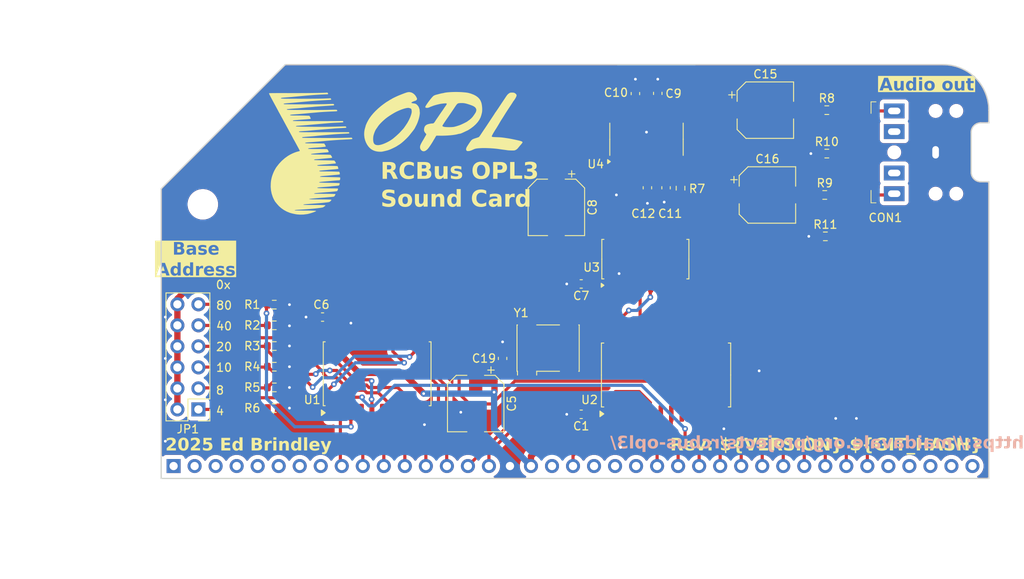
<source format=kicad_pcb>
(kicad_pcb (version 20241229) (generator "pcbnew") (generator_version "9.0")
  (title_block (title "RCBUS YMF262 sound card") (date "@date@") (rev "@version@"))
  (layers (0 "F.Cu" signal "Front") (2 "B.Cu" signal "Back") (13 "F.Paste" user) (15 "B.Paste" user) (5 "F.SilkS" user "F.Silkscreen") (7 "B.SilkS" user "B.Silkscreen") (1 "F.Mask" user) (3 "B.Mask" user) (25 "Edge.Cuts" user))
  (net 0 "")
  (net 1 "+5V")
  (net 2 "GND")
  (net 3 "/CLK")
  (net 4 "/D0")
  (net 5 "/D1")
  (net 6 "/D2")
  (net 7 "/D3")
  (net 8 "/D4")
  (net 9 "/D5")
  (net 10 "/D6")
  (net 11 "/D7")
  (net 12 "/A1")
  (net 13 "/A4")
  (net 14 "/A3")
  (net 15 "/A2")
  (net 16 "/A5")
  (net 17 "/A6")
  (net 18 "/A7")
  (net 19 "/A0")
  (net 20 "/~{CS}")
  (net 21 "/~{RESET}")
  (net 22 "/~{WR}")
  (net 23 "/~{IORQ}")
  (net 24 "/~{RD}")
  (net 26 "/DAC_CLK")
  (net 27 "/~{INT}")
  (net 43 "/R")
  (net 44 "/L")
  (net 46 "/SMPBD")
  (net 47 "/DOAB")
  (net 48 "/SMPAC")
  (net 50 "Net-(U3-CV)")
  (net 51 "Net-(U3-AOUT)")
  (net 52 "Net-(C15-Pad2)")
  (net 53 "/AUDIO_CH2")
  (net 54 "Net-(C16-Pad2)")
  (net 55 "Net-(U4B--)")
  (net 56 "Net-(U3-SWIN)")
  (net 57 "Net-(U3-MP)")
  (net 60 "Net-(JP1-Pin_1)")
  (net 61 "Net-(JP1-Pin_9)")
  (net 62 "Net-(JP1-Pin_7)")
  (net 63 "Net-(JP1-Pin_11)")
  (net 64 "Net-(JP1-Pin_3)")
  (net 65 "Net-(JP1-Pin_5)")
  (net 66 "/AUDIO_CH1")
  (net 67 "Net-(CON1-PadT)")
  (net 68 "Net-(CON1-PadR)")
  (footprint "Capacitor_SMD:C_0603_1608Metric" (layer "F.Cu") (at 111.25 156.75 180)
    (property "Reference" "C1")
    (property "Value" "0.1uF")
  )
  (footprint "Capacitor_SMD:C_0603_1608Metric" (layer "F.Cu") (at 111.25 141 180)
    (property "Reference" "C7")
    (property "Value" "0.1uF")
  )
  (footprint "electrified:Headphone_Jack_3.5mm_5_pin" (layer "F.Cu") (at 149.069 125.095 180)
    (property "Reference" "CON1")
    (property "Value" "SJ1-3523N")
  )
  (footprint "Connector_PinHeader_2.54mm:PinHeader_2x06_P2.54mm_Vertical" (layer "F.Cu") (at 65 156.16 180)
    (property "Reference" "JP1")
    (property "Value" "BASE ADDRESS")
  )
  (footprint "MountingHole:MountingHole_3.2mm_M3" (layer "F.Cu") (at 65.532 131.382)
    (property "Reference" "H1" (hide yes))
    (property "Value" "MountingHole")
  )
  (footprint "electrified:PinHeader_1x39_P2.54mm_Vertical" (layer "F.Cu") (at 62 163 90)
    (property "Reference" "P1" (hide yes))
    (property "Value" "RC2014 BUS")
  )
  (footprint "Package_SO:SOIC-20W_7.5x12.8mm_P1.27mm" (layer "F.Cu") (at 86.595 151.85 90)
    (property "Reference" "U1")
    (property "Value" "74HCT688")
  )
  (footprint "Capacitor_SMD:C_0603_1608Metric" (layer "F.Cu") (at 121.5 129.380197 -90)
    (property "Reference" "C11")
    (property "Value" "68pf")
  )
  (footprint "Capacitor_SMD:CP_Elec_6.3x5.8" (layer "F.Cu") (at 108.25 131.75 -90)
    (property "Reference" "C8")
    (property "Value" "10uF")
  )
  (footprint "Capacitor_SMD:C_0603_1608Metric" (layer "F.Cu") (at 119.25 129.380197 -90)
    (property "Reference" "C12")
    (property "Value" "0.1uF")
  )
  (footprint "Package_SO:SOP-24_7.5x15.4mm_P1.27mm" (layer "F.Cu") (at 121.5 152 90)
    (property "Reference" "U2")
    (property "Value" "YMF262")
  )
  (footprint "Capacitor_SMD:C_0603_1608Metric" (layer "F.Cu") (at 80 145 180)
    (property "Reference" "C6")
    (property "Value" "0.1uF")
  )
  (footprint "Oscillator:Oscillator_SMD_Abracon_ASV-4Pin_7.0x5.1mm" (layer "F.Cu") (at 107.25 148.75)
    (property "Reference" "Y1")
    (property "Value" "SG-8002CA")
  )
  (footprint "Package_SO:SOP-16_4.55x10.3mm_P1.27mm" (layer "F.Cu") (at 119 138 90)
    (property "Reference" "U3")
    (property "Value" "YAC512")
  )
  (footprint "electrified:opl" (layer "F.Cu") (at 94.5 121.25)
    (property "Reference" "G2" (hide yes))
    (property "Value" "LOGO" (hide yes))
  )
  (footprint "Resistor_SMD:R_0603_1608Metric" (layer "F.Cu") (at 74.1625 156)
    (property "Reference" "R6")
    (property "Value" "10K")
  )
  (footprint "Capacitor_SMD:C_0603_1608Metric" (layer "F.Cu") (at 120.5 117.975 90)
    (property "Reference" "C9")
    (property "Value" "2.7nf")
  )
  (footprint "Resistor_SMD:R_0603_1608Metric" (layer "F.Cu") (at 74.1625 153.5)
    (property "Reference" "R5")
    (property "Value" "10K")
  )
  (footprint "Resistor_SMD:R_0603_1608Metric" (layer "F.Cu") (at 140.925 120)
    (property "Reference" "R8")
    (property "Value" "100")
  )
  (footprint "Resistor_SMD:R_0603_1608Metric" (layer "F.Cu") (at 123.25 129.430197 90)
    (property "Reference" "R7")
    (property "Value" "33")
  )
  (footprint "Resistor_SMD:R_0603_1608Metric" (layer "F.Cu") (at 140.675 130.25)
    (property "Reference" "R9")
    (property "Value" "100")
  )
  (footprint "Resistor_SMD:R_0603_1608Metric" (layer "F.Cu") (at 74.1625 148.5)
    (property "Reference" "R3")
    (property "Value" "10K")
  )
  (footprint "Resistor_SMD:R_0603_1608Metric" (layer "F.Cu") (at 74.1625 143.5)
    (property "Reference" "R1")
    (property "Value" "10K")
  )
  (footprint "Capacitor_SMD:C_0603_1608Metric" (layer "F.Cu") (at 117.8 118 90)
    (property "Reference" "C10")
    (property "Value" "2.7nf")
  )
  (footprint "Resistor_SMD:R_0603_1608Metric" (layer "F.Cu") (at 74.1625 146)
    (property "Reference" "R2")
    (property "Value" "10K")
  )
  (footprint "Package_SO:SOIC-14_3.9x8.7mm_P1.27mm" (layer "F.Cu") (at 119.1375 123.517697 90)
    (property "Reference" "U4")
    (property "Value" "TL074")
  )
  (footprint "electrified:adlib2" (layer "F.Cu") (at 78 125)
    (property "Reference" "G1" (hide yes))
    (property "Value" "LOGO" (hide yes))
  )
  (footprint "Capacitor_SMD:CP_Elec_6.3x5.8" (layer "F.Cu") (at 133.75 130.25)
    (property "Reference" "C16")
    (property "Value" "10uf")
  )
  (footprint "Resistor_SMD:R_0603_1608Metric" (layer "F.Cu") (at 74.1625 151)
    (property "Reference" "R4")
    (property "Value" "10K")
  )
  (footprint "Capacitor_SMD:CP_Elec_6.3x7.7" (layer "F.Cu") (at 98.5 155.45 -90)
    (property "Reference" "C5")
    (property "Value" "100uF")
  )
  (footprint "Capacitor_SMD:CP_Elec_6.3x5.8" (layer "F.Cu") (at 133.5 120)
    (property "Reference" "C15")
    (property "Value" "10uf")
  )
  (footprint "Capacitor_SMD:C_0603_1608Metric" (layer "F.Cu") (at 101.75 150 90)
    (property "Reference" "C19")
    (property "Value" "0.1uF")
  )
  (footprint "Resistor_SMD:R_0603_1608Metric" (layer "F.Cu") (at 140.925 125.25)
    (property "Reference" "R10")
    (property "Value" "10K")
  )
  (footprint "Resistor_SMD:R_0603_1608Metric" (layer "F.Cu") (at 140.75 135.25)
    (property "Reference" "R11")
    (property "Value" "10K")
  )
  (gr_line (start 158.369 122.682) (end 158.369 127.508) (stroke (width 0.15)) (layer "Edge.Cuts"))
  (gr_line (start 160.5 121.539) (end 160.5 120) (stroke (width 0.15)) (layer "Edge.Cuts"))
  (gr_line (start 155 114.5) (end 75.5 114.5) (stroke (width 0.15)) (layer "Edge.Cuts"))
  (gr_arc (start 155 114.5) (mid 158.889087 116.110913) (end 160.5 120) (stroke (width 0.15)) (layer "Edge.Cuts"))
  (gr_line (start 160.5 121.539) (end 159.512 121.539) (stroke (width 0.15)) (layer "Edge.Cuts"))
  (gr_line (start 160.5 128.651) (end 159.512 128.651) (stroke (width 0.15)) (layer "Edge.Cuts"))
  (gr_line (start 60.5 129.5) (end 75.5 114.5) (stroke (width 0.15)) (layer "Edge.Cuts"))
  (gr_line (start 60.5 129.5) (end 60.5 164.5) (stroke (width 0.15)) (layer "Edge.Cuts"))
  (gr_arc (start 159.512 128.651) (mid 158.703777 128.316223) (end 158.369 127.508) (stroke (width 0.15)) (layer "Edge.Cuts"))
  (gr_line (start 160.5 164.5) (end 160.5 128.651) (stroke (width 0.15)) (layer "Edge.Cuts"))
  (gr_line (start 60.5 164.5) (end 160.5 164.5) (stroke (width 0.15)) (layer "Edge.Cuts"))
  (gr_arc (start 158.369 122.682) (mid 158.703777 121.873777) (end 159.512 121.539) (stroke (width 0.15)) (layer "Edge.Cuts"))
  (gr_text "Audio out" (at 153 117 0) (layer "F.SilkS" knockout) (effects (font (size 1.5 1.5) (thickness 0.3) (bold yes))))
  (gr_text "Rev: ${VERSION} ${GIT_HASH}" (at 159.75 160.5 0) (layer "F.SilkS") (effects (font (size 1.5 1.5) (thickness 0.34) (bold yes)) (justify right)))
  (gr_text "2025 Ed Brindley" (at 61 160.5 0) (layer "F.SilkS") (effects (font (size 1.5 1.5) (thickness 0.3) (bold yes)) (justify left)))
  (gr_text "10" (at 68.1 151.1 0) (layer "F.SilkS") (effects (font (size 1 1))))
  (gr_text "Base\nAddress" (at 64.7 138.1 0) (layer "F.SilkS" knockout) (effects (font (size 1.5 1.5) (thickness 0.3) (bold yes))))
  (gr_text "80" (at 68.1 143.6 0) (layer "F.SilkS") (effects (font (size 1 1))))
  (gr_text "20" (at 68.1 148.6 0) (layer "F.SilkS") (effects (font (size 1 1))))
  (gr_text "RCBus OPL3\nSound Card" (at 87 132 0) (layer "F.SilkS") (effects (font (size 2 2) (thickness 0.3) (bold yes)) (justify left bottom)))
  (gr_text "8" (at 67.6 153.85 0) (layer "F.SilkS") (effects (font (size 1 1))))
  (gr_text "4" (at 67.6 156.35 0) (layer "F.SilkS") (effects (font (size 1 1))))
  (gr_text "0x" (at 68 141.1 0) (layer "F.SilkS") (effects (font (size 1 1))))
  (gr_text "40" (at 68.1 146.1 0) (layer "F.SilkS") (effects (font (size 1 1))))
  (gr_text "https://maidavale.org/projects/rcbus-opl3/" (at 139.75 160.25 0) (layer "B.SilkS") (effects (font (size 1.5 1.5) (thickness 0.3) (bold yes)) (justify mirror)))
  (segment (start 119.1375 125.0375) (end 118.753697 124.653697) (width 0.381) (layer "F.Cu") (net 1))
  (segment (start 98.5 152.75) (end 100.770526 152.75) (width 0.762) (layer "F.Cu") (net 1))
  (segment (start 103 138.5) (end 103 128.5) (width 0.762) (layer "F.Cu") (net 1))
  (segment (start 80.8625 145) (end 80.8625 147.1825) (width 0.762) (layer "F.Cu") (net 1))
  (segment (start 116.6 142.6126) (end 117.095 142.1176) (width 0.381) (layer "F.Cu") (net 1))
  (segment (start 117.6 139.4) (end 120.605 139.4) (width 0.381) (layer "F.Cu") (net 1))
  (segment (start 105.18 163) (end 105.18 161.82) (width 0.762) (layer "F.Cu") (net 1))
  (segment (start 115.117601 142.6126) (end 116.6 142.6126) (width 0.381) (layer "F.Cu") (net 1))
  (segment (start 62.46 142.79) (end 63.75 141.5) (width 0.762) (layer "F.Cu") (net 1))
  (segment (start 98.5 152.75) (end 98.5 142.75) (width 0.762) (layer "F.Cu") (net 1))
  (segment (start 80.8625 147.1825) (end 80.88 147.2) (width 0.762) (layer "F.Cu") (net 1))
  (segment (start 103 128.5) (end 108.25 123.25) (width 0.762) (layer "F.Cu") (net 1))
  (segment (start 119.1375 125.992697) (end 119.1375 125.0375) (width 0.381) (layer "F.Cu") (net 1))
  (segment (start 62.46 143.46) (end 62.46 142.79) (width 0.762) (layer "F.Cu") (net 1))
  (segment (start 100.770526 152.75) (end 100.770526 154.027486) (width 0.762) (layer "F.Cu") (net 1))
  (segment (start 112.025 140.525) (end 112.025 141) (width 0.762) (layer "F.Cu") (net 1))
  (segment (start 112.1125 158.3875) (end 112.1125 156.75) (width 0.762) (layer "F.Cu") (net 1))
  (segment (start 84.404001 151.749) (end 89.7116 151.749) (width 0.762) (layer "F.Cu") (net 1))
  (segment (start 100.770526 151.004474) (end 100.770526 152.75) (width 0.762) (layer "F.Cu") (net 1))
  (segment (start 108.25 123.25) (end 116.75 123.25) (width 0.762) (layer "F.Cu") (net 1))
  (segment (start 105.18 161.82) (end 107.25 159.75) (width 0.762) (layer "F.Cu") (net 1))
  (segment (start 77.8375 141.5) (end 80.8625 144.525) (width 0.762) (layer "F.Cu") (net 1))
  (segment (start 117.095 142.1176) (end 117.095 141.25) (width 0.381) (layer "F.Cu") (net 1))
  (segment (start 80.8625 144.525) (end 80.8625 145) (width 0.762) (layer "F.Cu") (net 1))
  (segment (start 117.332863 123.25) (end 116.75 123.25) (width 0.381) (layer "F.Cu") (net 1))
  (segment (start 114.555 142.049999) (end 115.117601 142.6126) (width 0.381) (layer "F.Cu") (net 1))
  (segment (start 80.88 147.2) (end 80.88 148.224999) (width 0.762) (layer "F.Cu") (net 1))
  (segment (start 100.770526 151.004474) (end 101 150.775) (width 0.762) (layer "F.Cu") (net 1))
  (segment (start 120.905 139.7) (end 120.905 141.25) (width 0.381) (layer "F.Cu") (net 1))
  (segment (start 110 138.5) (end 112.025 140.525) (width 0.762) (layer "F.Cu") (net 1))
  (segment (start 80.88 148.224999) (end 84.404001 151.749) (width 0.762) (layer "F.Cu") (net 1))
  (segment (start 120.905 138.295) (end 120.905 141.25) (width 0.381) (layer "F.Cu") (net 1))
  (segment (start 120.605 139.4) (end 120.905 139.7) (width 0.381) (layer "F.Cu") (net 1))
  (segment (start 100.770526 154.027486) (end 100.722512 154.0755) (width 0.762) (layer "F.Cu") (net 1))
  (segment (start 110.75 159.75) (end 112.1125 158.3875) (width 0.762) (layer "F.Cu") (net 1))
  (segment (start 102.75 138.5) (end 103.75 138.5) (width 0.762) (layer "F.Cu") (net 1))
  (segment (start 112.1125 156.75) (end 114.415 156.75) (width 0.762) (layer "F.Cu") (net 1))
  (segment (start 123.445 134.75) (end 123.445 135.755) (width 0.381) (layer "F.Cu") (net 1))
  (segment (start 114.305 141) (end 114.555 141.25) (width 0.381) (layer "F.Cu") (net 1))
  (segment (start 62.46 156.16) (end 62.46 143.46) (width 0.762) (layer "F.Cu") (net 1))
  (segment (start 112.025 141) (end 114.305 141) (width 0.381) (layer "F.Cu") (net 1))
  (segment (start 119.1375 125.992697) (end 119.1375 128.405197) (width 0.381) (layer "F.Cu") (net 1))
  (segment (start 114.555 141.25) (end 114.555 142.049999) (width 0.381) (layer "F.Cu") (net 1))
  (segment (start 103.75 138.5) (end 110 138.5) (width 0.762) (layer "F.Cu") (net 1))
  (segment (start 98.5 142.75) (end 102.75 138.5) (width 0.762) (layer "F.Cu") (net 1))
  (segment (start 104.71 146.75) (end 104.71 150.75) (width 0.762) (layer "F.Cu") (net 1))
  (segment (start 89.7116 151.749) (end 92.2126 154.25) (width 0.762) (layer "F.Cu") (net 1))
  (segment (start 117.095 141.25) (end 117.095 139.905) (width 0.381) (layer "F.Cu") (net 1))
  (segment (start 117.095 139.905) (end 117.6 139.4) (width 0.381) (layer "F.Cu") (net 1))
  (segment (start 107.25 159.75) (end 110.75 159.75) (width 0.762) (layer "F.Cu") (net 1))
  (segment (start 63.75 141.5) (end 77.8375 141.5) (width 0.762) (layer "F.Cu") (net 1))
  (segment (start 123.445 135.755) (end 120.905 138.295) (width 0.381) (layer "F.Cu") (net 1))
  (segment (start 118.73656 124.653697) (end 117.332863 123.25) (width 0.381) (layer "F.Cu") (net 1))
  (segment (start 101 150.775) (end 104.685 150.775) (width 0.762) (layer "F.Cu") (net 1))
  (segment (start 118.753697 124.653697) (end 118.73656 124.653697) (width 0.381) (layer "F.Cu") (net 1))
  (via (at 92.2126 154.25) (size 0.6858) (drill 0.3302) (layers "F.Cu" "B.Cu") (net 1))
  (via (at 100.722512 154.0755) (size 0.6858) (drill 0.3302) (layers "F.Cu" "B.Cu") (net 1))
  (segment (start 100.596026 154.25) (end 100.722512 154.123514) (width 0.762) (layer "B.Cu") (net 1))
  (segment (start 100.722512 158.542512) (end 100.722512 154.0755) (width 0.762) (layer "B.Cu") (net 1))
  (segment (start 105.18 163) (end 100.722512 158.542512) (width 0.762) (layer "B.Cu") (net 1))
  (segment (start 92.2126 154.25) (end 100.596026 154.25) (width 0.762) (layer "B.Cu") (net 1))
  (segment (start 100.722512 154.123514) (end 100.722512 154.0755) (width 0.762) (layer "B.Cu") (net 1))
  (segment (start 86 149) (end 87.23 149) (width 0.381) (layer "F.Cu") (net 2))
  (segment (start 110.3875 141) (end 109.5 141) (width 0.381) (layer "F.Cu") (net 2))
  (segment (start 92.31 156.5) (end 92.310001 158) (width 0.381) (layer "F.Cu") (net 2))
  (segment (start 85.96 147.2) (end 85.96 148.96) (width 0.381) (layer "F.Cu") (net 2))
  (segment (start 83.42472 145.7315) (end 83.424718 145.731499) (width 0.381) (layer "F.Cu") (net 2))
  (segment (start 83.4179 147.794174) (end 83.4179 149) (width 0.381) (layer "F.Cu") (net 2))
  (segment (start 84.7 149) (end 86 149) (width 0.381) (layer "F.Cu") (net 2))
  (segment (start 117.8 117.225) (end 117.8 116.258122) (width 0.381) (layer "F.Cu") (net 2))
  (segment (start 119.25 130.242697) (end 119.250001 131.256115) (width 0.381) (layer "F.Cu") (net 2))
  (segment (start 83.42 147.2) (end 83.42 145.736217) (width 0.381) (layer "F.Cu") (net 2))
  (segment (start 83.4179 149) (end 84.7 149) (width 0.381) (layer "F.Cu") (net 2))
  (segment (start 140.1 125.25) (end 139 125.25) (width 0.381) (layer "F.Cu") (net 2))
  (segment (start 120.5 116.742697) (end 120.5 116.258122) (width 0.381) (layer "F.Cu") (net 2))
  (segment (start 84.69 148.99) (end 84.7 149) (width 0.381) (layer "F.Cu") (net 2))
  (segment (start 75.245 156) (end 76 156) (width 0.381) (layer "F.Cu") (net 2))
  (segment (start 76 148.49) (end 75.225 148.49) (width 0.381) (layer "F.Cu") (net 2))
  (segment (start 119.1375 121.042697) (end 119.137499 122.655196) (width 0.381) (layer "F.Cu") (net 2))
  (segment (start 75.05 146.06) (end 76 146.06) (width 0.381) (layer "F.Cu") (net 2))
  (segment (start 76 151) (end 75.225 151) (width 0.381) (layer "F.Cu") (net 2))
  (segment (start 110.3875 156.75) (end 109.5 156.75) (width 0.381) (layer "F.Cu") (net 2))
  (segment (start 128.485 156.65) (end 128.485 158.5) (width 0.381) (layer "F.Cu") (net 2))
  (segment (start 139.925 135.25) (end 138.75 135.25) (width 0.381) (layer "F.Cu") (net 2))
  (segment (start 121.5 130.242697) (end 121.5 130.982762) (width 0.381) (layer "F.Cu") (net 2))
  (segment (start 115.825 141.25) (end 115.825 139.75) (width 0.381) (layer "F.Cu") (net 2))
  (segment (start 121.372501 131.110261) (end 121.276187 131.110261) (width 0.381) (layer "F.Cu") (net 2))
  (segment (start 87.23 149) (end 87.23 147.6642) (width 0.381) (layer "F.Cu") (net 2))
  (segment (start 75.225 156.02) (end 75.245 156) (width 0.381) (layer "F.Cu") (net 2))
  (segment (start 84.69 147.2) (end 84.69 148.99) (width 0.381) (layer "F.Cu") (net 2))
  (segment (start 121.5 130.982762) (end 121.372501 131.110261) (width 0.381) (layer "F.Cu") (net 2))
  (segment (start 101.75 149.1375) (end 101.75 148) (width 0.381) (layer "F.Cu") (net 2))
  (segment (start 83.42 145.736217) (end 83.424718 145.731499) (width 0.381) (layer "F.Cu") (net 2))
  (segment (start 75.225 153.51) (end 76 153.51) (width 0.381) (layer "F.Cu") (net 2))
  (segment (start 75.08 143.5) (end 76 143.5) (width 0.381) (layer "F.Cu") (net 2))
  (segment (start 85.96 148.96) (end 86 149) (width 0.381) (layer "F.Cu") (net 2))
  (via (at 76 153.51) (size 0.6858) (drill 0.3302) (layers "F.Cu" "B.Cu") (net 2))
  (via (at 76 143.5) (size 0.6858) (drill 0.3302) (layers "F.Cu" "B.Cu") (net 2))
  (via (at 144.5 157.25) (size 0.6858) (drill 0.3302) (layers "F.Cu" "B.Cu") (net 2))
  (via (at 121.276187 131.110261) (size 0.6858) (drill 0.3302) (layers "F.Cu" "B.Cu") (net 2))
  (via (at 109.5 141) (size 0.6858) (drill 0.3302) (layers "F.Cu" "B.Cu") (net 2))
  (via (at 139 125.25) (size 0.6858) (drill 0.3302) (layers "F.Cu" "B.Cu") (net 2))
  (via (at 96.7 156.5) (size 0.6858) (drill 0.3302) (layers "F.Cu" "B.Cu") (net 2))
  (via (at 142 157.25) (size 0.6858) (drill 0.3302) (layers "F.Cu" "B.Cu") (net 2))
  (via (at 61 155) (size 0.6858) (drill 0.3302) (layers "F.Cu" "B.Cu") (net 2))
  (via (at 117.8 116.258122) (size 0.6858) (drill 0.3302) (layers "F.Cu" "B.Cu") (net 2))
  (via (at 128.485 158.5) (size 0.6858) (drill 0.3302) (layers "F.Cu" "B.Cu") (net 2))
  (via (at 76 156) (size 0.6858) (drill 0.3302) (layers "F.Cu" "B.Cu") (net 2))
  (via (at 101.75 148) (size 0.6858) (drill 0.3302) (layers "F.Cu" "B.Cu") (net 2))
  (via (at 76 148.49) (size 0.6858) (drill 0.3302) (layers "F.Cu" "B.Cu") (net 2))
  (via (at 116 160.75) (size 0.6858) (drill 0.3302) (layers "F.Cu" "B.Cu") (net 2))
  (via (at 115.825 139.75) (size 0.6858) (drill 0.3302) (layers "F.Cu" "B.Cu") (net 2))
  (via (at 119.137499 122.655196) (size 0.6858) (drill 0.3302) (layers "F.Cu" "B.Cu") (net 2))
  (via (at 109.5 156.75) (size 0.6858) (drill 0.3302) (layers "F.Cu" "B.Cu") (net 2))
  (via (at 83.424718 145.731499) (size 0.6858) (drill 0.3302) (layers "F.Cu" "B.Cu") (net 2))
  (via (at 78 145) (size 0.6858) (drill 0.3302) (layers "F.Cu" "B.Cu") (net 2))
  (via (at 119.250001 131.256115) (size 0.6858) (drill 0.3302) (layers "F.Cu" "B.Cu") (net 2))
  (via (at 61 150) (size 0.6858) (drill 0.3302) (layers "F.Cu" "B.Cu") (net 2))
  (via (at 120.5 116.258122) (size 0.6858) (drill 0.3302) (layers "F.Cu" "B.Cu") (net 2))
  (via (at 138.75 135.25) (size 0.6858) (drill 0.3302) (layers "F.Cu" "B.Cu") (net 2))
  (via (at 115.5 130.242697) (size 0.6858) (drill 0.3302) (layers "F.Cu" "B.Cu") (net 2))
  (via (at 61 160) (size 0.6858) (drill 0.3302) (layers "F.Cu" "B.Cu") (net 2))
  (via (at 61 145) (size 0.6858) (drill 0.3302) (layers "F.Cu" "B.Cu") (net 2))
  (via (at 132.75 151.5) (size 0.6858) (drill 0.3302) (layers "F.Cu" "B.Cu") (net 2))
  (via (at 92.310001 158) (size 0.6858) (drill 0.3302) (layers "F.Cu" "B.Cu") (net 2))
  (via (at 76 146.06) (size 0.6858) (drill 0.3302) (layers "F.Cu" "B.Cu") (net 2))
  (via (at 76 151) (size 0.6858) (drill 0.3302) (layers "F.Cu" "B.Cu") (net 2))
  (segment (start 112 146.75) (end 109.79 146.75) (width 0.381) (layer "F.Cu") (net 3))
  (segment (start 114.515 147.35) (end 112.6 147.35) (width 0.381) (layer "F.Cu") (net 3))
  (segment (start 112.6 147.35) (end 112 146.75) (width 0.381) (layer "F.Cu") (net 3))
  (segment (start 125.945 159.545) (end 128.04 161.64) (width 0.381) (layer "F.Cu") (net 4))
  (segment (start 128.04 161.64) (end 128.04 163) (width 0.381) (layer "F.Cu") (net 4))
  (segment (start 125.945 156.65) (end 125.945 159.545) (width 0.381) (layer "F.Cu") (net 4))
  (segment (start 129.6874 160.6874) (end 130.58 161.58) (width 0.381) (layer "F.Cu") (net 5))
  (segment (start 127.2 156.665) (end 127.2 159.6) (width 0.381) (layer "F.Cu") (net 5))
  (segment (start 130.58 161.58) (end 130.58 163) (width 0.381) (layer "F.Cu") (net 5))
  (segment (start 127.2 159.6) (end 128.2874 160.6874) (width 0.381) (layer "F.Cu") (net 5))
  (segment (start 128.2874 160.6874) (end 129.6874 160.6874) (width 0.381) (layer "F.Cu") (net 5))
  (segment (start 128.485 147.35) (end 128.485 149.235) (width 0.381) (layer "F.Cu") (net 6))
  (segment (start 128.485 149.235) (end 133.12 153.87) (width 0.381) (layer "F.Cu") (net 6))
  (segment (start 133.12 153.87) (end 133.12 163) (width 0.381) (layer "F.Cu") (net 6))
  (segment (start 127.215 147.35) (end 127.215 146.035) (width 0.381) (layer "F.Cu") (net 7))
  (segment (start 135.66 152.379648) (end 135.66 163) (width 0.381) (layer "F.Cu") (net 7))
  (segment (start 127.215 146.035) (end 127.75 145.5) (width 0.381) (layer "F.Cu") (net 7))
  (segment (start 128.780352 145.5) (end 135.66 152.379648) (width 0.381) (layer "F.Cu") (net 7))
  (segment (start 127.75 145.5) (end 128.780352 145.5) (width 0.381) (layer "F.Cu") (net 7))
  (segment (start 130.179335 144.865) (end 127.227104 144.865) (width 0.381) (layer "F.Cu") (net 8))
  (segment (start 127.227104 144.865) (end 125.945 146.147104) (width 0.381) (layer "F.Cu") (net 8))
  (segment (start 125.945 146.147104) (end 125.945 147.35) (width 0.381) (layer "F.Cu") (net 8))
  (segment (start 138.2 152.885665) (end 130.179335 144.865) (width 0.381) (layer "F.Cu") (net 8))
  (segment (start 138.2 163) (end 138.2 152.885665) (width 0.381) (layer "F.Cu") (net 8))
  (segment (start 132.23 144.23) (end 126.467039 144.23) (width 0.381) (layer "F.Cu") (net 9))
  (segment (start 124.675 146.022039) (end 124.675 147.35) (width 0.381) (layer "F.Cu") (net 9))
  (segment (start 140.74 163) (end 140.74 152.74) (width 0.381) (layer "F.Cu") (net 9))
  (segment (start 140.74 152.74) (end 132.23 144.23) (width 0.381) (layer "F.Cu") (net 9))
  (segment (start 126.467039 144.23) (end 124.675 146.022039) (width 0.381) (layer "F.Cu") (net 9))
  (segment (start 143.28 163) (end 143.28 152.28) (width 0.381) (layer "F.Cu") (net 10))
  (segment (start 143.28 152.28) (end 134.2 143.2) (width 0.381) (layer "F.Cu") (net 10))
  (segment (start 123.405 145.795) (end 123.405 146.791702) (width 0.381) (layer "F.Cu") (net 10))
  (segment (start 134.2 143.2) (end 126 143.2) (width 0.381) (layer "F.Cu") (net 10))
  (segment (start 126 143.2) (end 123.405 145.795) (width 0.381) (layer "F.Cu") (net 10))
  (segment (start 136 142) (end 125.842696 142) (width 0.381) (layer "F.Cu") (net 11))
  (segment (start 145.82 151.82) (end 136 142) (width 0.381) (layer "F.Cu") (net 11))
  (segment (start 122.135 145.707696) (end 122.135 147.35) (width 0.381) (layer "F.Cu") (net 11))
  (segment (start 125.842696 142) (end 122.135 145.707696) (width 0.381) (layer "F.Cu") (net 11))
  (segment (start 145.82 163) (end 145.82 151.82) (width 0.381) (layer "F.Cu") (net 11))
  (segment (start 118.25 154) (end 115.398026 154) (width 0.381) (layer "F.Cu") (net 12))
  (segment (start 119.595 156.65) (end 119.595 155.345) (width 0.381) (layer "F.Cu") (net 12))
  (segment (start 113.869176 154.5695) (end 113.386243 155.052433) (width 0.381) (layer "F.Cu") (net 12))
  (segment (start 113.386243 155.052433) (end 105.507567 155.052433) (width 0.381) (layer "F.Cu") (net 12))
  (segment (start 105.507567 155.052433) (end 97.56 163) (width 0.381) (layer "F.Cu") (net 12))
  (segment (start 114.828526 154.5695) (end 113.869176 154.5695) (width 0.381) (layer "F.Cu") (net 12))
  (segment (start 115.398026 154) (end 114.828526 154.5695) (width 0.381) (layer "F.Cu") (net 12))
  (segment (start 119.595 155.345) (end 118.25 154) (width 0.381) (layer "F.Cu") (net 12))
  (segment (start 89.77 159.07) (end 89.94 159.24) (width 0.381) (layer "F.Cu") (net 13))
  (segment (start 89.94 159.24) (end 89.94 163) (width 0.381) (layer "F.Cu") (net 13))
  (segment (start 89.77 156.56) (end 89.77 159.07) (width 0.381) (layer "F.Cu") (net 13))
  (segment (start 94 159.2) (end 92.48 160.72) (width 0.381) (layer "F.Cu") (net 14))
  (segment (start 92.3 151.607629) (end 94 153.307629) (width 0.381) (layer "F.Cu") (net 14))
  (segment (start 94 153.307629) (end 94 159.2) (width 0.381) (layer "F.Cu") (net 14))
  (segment (start 92.3 147.21) (end 92.3 151.607629) (width 0.381) (layer "F.Cu") (net 14))
  (segment (start 92.48 160.72) (end 92.48 163) (width 0.381) (layer "F.Cu") (net 14))
  (segment (start 93.0555 151.465103) (end 95 153.409603) (width 0.381) (layer "F.Cu") (net 15))
  (segment (start 95 153.409603) (end 95 162.98) (width 0.381) (layer "F.Cu") (net 15))
  (segment (start 90.215501 145.7295) (end 92.71082 145.7295) (width 0.381) (layer "F.Cu") (net 15))
  (segment (start 92.71082 145.7295) (end 93.0555 146.07418) (width 0.381) (layer "F.Cu") (net 15))
  (segment (start 89.77 146.175001) (end 90.215501 145.7295) (width 0.381) (layer "F.Cu") (net 15))
  (segment (start 93.0555 146.07418) (end 93.0555 151.465103) (width 0.381) (layer "F.Cu") (net 15))
  (segment (start 89.77 147.2) (end 89.77 146.175001) (width 0.381) (layer "F.Cu") (net 15))
  (segment (start 87.2 156.53) (end 87.2 159.2) (width 0.381) (layer "F.Cu") (net 16))
  (segment (start 87.4 159.4) (end 87.4 163) (width 0.381) (layer "F.Cu") (net 16))
  (segment (start 87.2 159.2) (end 87.4 159.4) (width 0.381) (layer "F.Cu") (net 16))
  (segment (start 84.7 156.51) (end 84.7 159.3) (width 0.381) (layer "F.Cu") (net 17))
  (segment (start 84.86 159.46) (end 84.86 163) (width 0.381) (layer "F.Cu") (net 17))
  (segment (start 84.7 159.3) (end 84.86 159.46) (width 0.381) (layer "F.Cu") (net 17))
  (segment (start 82.15 156.5) (end 82.15 162.83) (width 0.381) (layer "F.Cu") (net 18))
  (segment (start 113.7945 155.687433) (end 113.7945 155.542202) (width 0.381) (layer "F.Cu") (net 19))
  (segment (start 115.091552 155.2045) (end 117.9545 155.2045) (width 0.381) (layer "F.Cu") (net 19))
  (segment (start 113.7945 155.542202) (end 114.132202 155.2045) (width 0.381) (layer "F.Cu") (net 19))
  (segment (start 118.325 155.575) (end 118.325 156.65) (width 0.381) (layer "F.Cu") (net 19))
  (segment (start 117.9545 155.2045) (end 118.325 155.575) (width 0.381) (layer "F.Cu") (net 19))
  (segment (start 105.812567 155.687433) (end 113.7945 155.687433) (width 0.381) (layer "F.Cu") (net 19))
  (segment (start 114.132202 155.2045) (end 114.897798 155.2045) (width 0.381) (layer "F.Cu") (net 19))
  (segment (start 114.897798 155.2045) (end 114.994675 155.301377) (width 0.381) (layer "F.Cu") (net 19))
  (segment (start 100.1 163) (end 100.1 161.4) (width 0.381) (layer "F.Cu") (net 19))
  (segment (start 114.994675 155.301377) (end 115.091552 155.2045) (width 0.381) (layer "F.Cu") (net 19))
  (segment (start 100.1 161.4) (end 105.812567 155.687433) (width 0.381) (layer "F.Cu") (net 19))
  (segment (start 82.15 147.2) (end 82.15 145.598586) (width 0.381) (layer "F.Cu") (net 20))
  (segment (start 82.15 145.598586) (end 84.248586 143.5) (width 0.381) (layer "F.Cu") (net 20))
  (segment (start 84.248586 143.5) (end 93.5 143.5) (width 0.381) (layer "F.Cu") (net 20))
  (segment (start 97.75 155.5) (end 100.465445 155.5) (width 0.381) (layer "F.Cu") (net 20))
  (segment (start 100.465445 155.5) (end 103.215445 152.75) (width 0.381) (layer "F.Cu") (net 20))
  (segment (start 96.5 154.25) (end 97.75 155.5) (width 0.381) (layer "F.Cu") (net 20))
  (segment (start 96.5 146.5) (end 96.5 154.25) (width 0.381) (layer "F.Cu") (net 20))
  (segment (start 120.55 152.75) (end 123.405 155.605) (width 0.381) (layer "F.Cu") (net 20))
  (segment (start 123.405 155.605) (end 123.405 156.65) (width 0.381) (layer "F.Cu") (net 20))
  (segment (start 103.215445 152.75) (end 120.55 152.75) (width 0.381) (layer "F.Cu") (net 20))
  (segment (start 93.5 143.5) (end 96.5 146.5) (width 0.381) (layer "F.Cu") (net 20))
  (segment (start 110.26 162.8253) (end 110.26 161.74) (width 0.381) (layer "F.Cu") (net 21))
  (segment (start 117.055 158.545) (end 117.055 156.76) (width 0.381) (layer "F.Cu") (net 21))
  (segment (start 110.26 161.74) (end 112.8 159.2) (width 0.381) (layer "F.Cu") (net 21))
  (segment (start 112.8 159.2) (end 116.4 159.2) (width 0.381) (layer "F.Cu") (net 21))
  (segment (start 116.4 159.2) (end 117.055 158.545) (width 0.381) (layer "F.Cu") (net 21))
  (segment (start 120.865 159.335) (end 120.42 159.78) (width 0.381) (layer "F.Cu") (net 22))
  (segment (start 120.42 159.78) (end 120.42 163) (width 0.381) (layer "F.Cu") (net 22))
  (segment (start 120.865 156.65) (end 120.865 159.335) (width 0.381) (layer "F.Cu") (net 22))
  (segment (start 125.5 161.5) (end 123.8 159.8) (width 0.381) (layer "F.Cu") (net 23))
  (segment (start 125.5 163) (end 125.5 161.5) (width 0.381) (layer "F.Cu") (net 23))
  (segment (start 123.8 159.8) (end 123.8 158.5) (width 0.381) (layer "F.Cu") (net 23))
  (segment (start 80.88 155.333552) (end 81.524657 154.688895) (width 0.381) (layer "F.Cu") (net 23))
  (segment (start 81.524657 154.688895) (end 84.770729 154.688895) (width 0.381) (layer "F.Cu") (net 23))
  (segment (start 80.88 156.5) (end 80.88 155.333552) (width 0.381) (layer "F.Cu") (net 23))
  (via (at 123.8 158.5) (size 0.6858) (drill 0.3302) (layers "F.Cu" "B.Cu") (net 23))
  (via (at 84.770729 154.688895) (size 0.6858) (drill 0.3302) (layers "F.Cu" "B.Cu") (net 23))
  (segment (start 86.247277 155.7241) (end 85.594973 155.7241) (width 0.381) (layer "B.Cu") (net 23))
  (segment (start 123.8 158.5) (end 118.55 153.25) (width 0.381) (layer "B.Cu") (net 23))
  (segment (start 85.594973 155.7241) (end 84.770729 154.899856) (width 0.381) (layer "B.Cu") (net 23))
  (segment (start 84.770729 154.899856) (end 84.770729 154.688895) (width 0.381) (layer "B.Cu") (net 23))
  (segment (start 88.721377 153.25) (end 86.247277 155.7241) (width 0.381) (layer "B.Cu") (net 23))
  (segment (start 118.55 153.25) (end 88.721377 153.25) (width 0.381) (layer "B.Cu") (net 23))
  (segment (start 122.96 161.56) (end 122.96 163) (width 0.381) (layer "F.Cu") (net 24))
  (segment (start 122.135 156.65) (end 122.135 160.735) (width 0.381) (layer "F.Cu") (net 24))
  (segment (start 122.135 160.735) (end 122.96 161.56) (width 0.381) (layer "F.Cu") (net 24))
  (segment (start 115.785 147.35) (end 115.785 145.415) (width 0.381) (layer "F.Cu") (net 26))
  (segment (start 115.785 145.415) (end 117 144.2) (width 0.381) (layer "F.Cu") (net 26))
  (segment (start 119.6 142.6) (end 119.6 141.285) (width 0.381) (layer "F.Cu") (net 26))
  (via (at 117 144.2) (size 0.6858) (drill 0.3302) (layers "F.Cu" "B.Cu") (net 26))
  (via (at 119.6 142.6) (size 0.6858) (drill 0.3302) (layers "F.Cu" "B.Cu") (net 26))
  (segment (start 118 144.2) (end 119.6 142.6) (width 0.381) (layer "B.Cu") (net 26))
  (segment (start 117 144.2) (end 118 144.2) (width 0.381) (layer "B.Cu") (net 26))
  (segment (start 126.792697 121.042697) (end 128.75 123) (width 0.381) (layer "F.Cu") (net 43))
  (segment (start 129.75 130.25) (end 131.55 130.25) (width 0.381) (layer "F.Cu") (net 43))
  (segment (start 128.75 123) (end 128.75 129.25) (width 0.381) (layer "F.Cu") (net 43))
  (segment (start 128.75 129.25) (end 129.75 130.25) (width 0.381) (layer "F.Cu") (net 43))
  (segment (start 121.6775 121.042697) (end 122.9475 121.042697) (width 0.381) (layer "F.Cu") (net 43))
  (segment (start 122.9475 121.042697) (end 126.792697 121.042697) (width 0.381) (layer "F.Cu") (net 43))
  (segment (start 115.3275 121.042697) (end 115.3275 117.267697) (width 0.381) (layer "F.Cu") (net 44))
  (segment (start 116.2 115.2) (end 124.45 115.2) (width 0.381) (layer "F.Cu") (net 44))
  (segment (start 115.3275 118.345197) (end 116.5975 119.615197) (width 0.381) (layer "F.Cu") (net 44))
  (segment (start 129.25 120) (end 124.45 115.2) (width 0.381) (layer "F.Cu") (net 44))
  (segment (start 116.2 115.2) (end 115.3275 116.0725) (width 0.381) (layer "F.Cu") (net 44))
  (segment (start 115.3275 116.0725) (end 115.3275 117.267697) (width 0.381) (layer "F.Cu") (net 44))
  (segment (start 131.3 120) (end 129.25 120) (width 0.381) (layer "F.Cu") (net 44))
  (segment (start 115.3275 117.267697) (end 115.3275 118.345197) (width 0.381) (layer "F.Cu") (net 44))
  (segment (start 116.5975 119.615197) (end 116.5975 121.042697) (width 0.381) (layer "F.Cu") (net 44))
  (segment (start 120.865 147.35) (end 120.865 145.536414) (width 0.381) (layer "F.Cu") (net 46))
  (segment (start 124 138.8) (end 122.8 138.8) (width 0.381) (layer "F.Cu") (net 46))
  (segment (start 120.865 145.536414) (end 125 141.401414) (width 0.381) (layer "F.Cu") (net 46))
  (segment (start 122.175 139.425) (end 122.175 141.25) (width 0.381) (layer "F.Cu") (net 46))
  (segment (start 125 139.8) (end 124 138.8) (width 0.381) (layer "F.Cu") (net 46))
  (segment (start 125 141.401414) (end 125 139.8) (width 0.381) (layer "F.Cu") (net 46))
  (segment (start 122.8 138.8) (end 122.175 139.425) (width 0.381) (layer "F.Cu") (net 46))
  (segment (start 118.365 141.25) (end 118.365 147.31) (width 0.381) (layer "F.Cu") (net 47))
  (segment (start 123.445 142.058388) (end 123.445 141.25) (width 0.381) (layer "F.Cu") (net 48))
  (segment (start 119.595 147.35) (end 119.595 145.908388) (width 0.381) (layer "F.Cu") (net 48))
  (segment (start 119.595 145.908388) (end 123.445 142.058388) (width 0.381) (layer "F.Cu") (net 48))
  (segment (start 117.8675 124.8675) (end 117.636 124.636) (width 0.381) (layer "F.Cu") (net 50))
  (segment (start 115.4 132.2) (end 116.6 132.2) (width 0.381) (layer "F.Cu") (net 50))
  (segment (start 116.85056 124.25) (end 110.25 124.25) (width 0.381) (layer "F.Cu") (net 50))
  (segment (start 114.555 133.045) (end 115.4 132.2) (width 0.381) (layer "F.Cu") (net 50))
  (segment (start 108.25 126.25) (end 108.25 129.05) (width 0.381) (layer "F.Cu") (net 50))
  (segment (start 117.8675 128.517697) (end 117.8675 125.992697) (width 0.381) (layer "F.Cu") (net 50))
  (segment (start 117.23656 124.636) (end 116.85056 124.25) (width 0.381) (layer "F.Cu") (net 50))
  (segment (start 117.8675 130.9325) (end 117.8675 128.517697) (width 0.381) (layer "F.Cu") (net 50))
  (segment (start 117.8675 125.992697) (end 117.8675 124.8675) (width 0.381) (layer "F.Cu") (net 50))
  (segment (start 114.555 133.967698) (end 114.555 133.045) (width 0.381) (layer "F.Cu") (net 50))
  (segment (start 116.6 132.2) (end 117.8675 130.9325) (width 0.381) (layer "F.Cu") (net 50))
  (segment (start 110.25 124.25) (end 108.25 126.25) (width 0.381) (layer "F.Cu") (net 50))
  (segment (start 117.636 124.636) (end 117.23656 124.636) (width 0.381) (layer "F.Cu") (net 50))
  (segment (start 114.555 134.75) (end 114.555 133.950001) (width 0.381) (layer "F.Cu") (net 50))
  (segment (start 121.13118 127.267697) (end 120.4075 127.267697) (width 0.381) (layer "F.Cu") (net 51))
  (segment (start 120.4075 125.992697) (end 120.4075 127.267697) (width 0.381) (layer "F.Cu") (net 51))
  (segment (start 121.5 128.605197) (end 121.5 127.636517) (width 0.381) (layer "F.Cu") (net 51))
  (segment (start 118.365 133.557106) (end 118.365 134.75) (width 0.381) (layer "F.Cu") (net 51))
  (segment (start 121.5 127.636517) (end 121.13118 127.267697) (width 0.381) (layer "F.Cu") (net 51))
  (segment (start 120.4075 127.267697) (end 120.4075 131.532303) (width 0.381) (layer "F.Cu") (net 51))
  (segment (start 120.4075 131.532303) (end 118.365 133.574803) (width 0.381) (layer "F.Cu") (net 51))
  (segment (start 140.1 120) (end 135.7 120) (width 0.381) (layer "F.Cu") (net 52))
  (segment (start 122.79382 124.017697) (end 119 124.017697) (width 0.381) (layer "F.Cu") (net 53))
  (segment (start 125 130.34911) (end 125 126.223877) (width 0.381) (layer "F.Cu") (net 53))
  (segment (start 119 124.017697) (end 117.8675 122.885197) (width 0.381) (layer "F.Cu") (net 53))
  (segment (start 117.8675 121.042697) (end 117.8675 118.8425) (width 0.381) (layer "F.Cu") (net 53))
  (segment (start 120.905 134.216085) (end 120.905 134.095) (width 0.381) (layer "F.Cu") (net 53))
  (segment (start 122.365 132.635) (end 122.71411 132.635) (width 0.381) (layer "F.Cu") (net 53))
  (segment (start 117.8675 122.885197) (end 117.8675 121.042697) (width 0.381) (layer "F.Cu") (net 53))
  (segment (start 120.905 134.095) (end 122.365 132.635) (width 0.381) (layer "F.Cu") (net 53))
  (segment (start 125 126.223877) (end 122.79382 124.017697) (width 0.381) (layer "F.Cu") (net 53))
  (segment (start 122.71411 132.635) (end 125 130.34911) (width 0.381) (layer "F.Cu") (net 53))
  (segment (start 136.2 130.25) (end 139.85 130.25) (width 0.381) (layer "F.Cu") (net 54))
  (segment (start 121.6775 125.992697) (end 122.9475 125.992697) (width 0.381) (layer "F.Cu") (net 55))
  (segment (start 122.9475 128.215197) (end 123.25 128.517697) (width 0.381) (layer "F.Cu") (net 55))
  (segment (start 122.9475 125.992697) (end 122.9475 128.215197) (width 0.381) (layer "F.Cu") (net 55))
  (segment (start 119.635 133.865) (end 121.5 132) (width 0.381) (layer "F.Cu") (net 56))
  (segment (start 119.635 134.75) (end 119.635 133.865) (width 0.381) (layer "F.Cu") (net 56))
  (segment (start 122.25 132) (end 123.25 131) (width 0.381) (layer "F.Cu") (net 56))
  (segment (start 123.25 131) (end 123.25 130.255197) (width 0.381) (layer "F.Cu") (net 56))
  (segment (start 121.5 132) (end 122.25 132) (width 0.381) (layer "F.Cu") (net 56))
  (segment (start 112.5 130.017697) (end 112.5 135.267697) (width 0.381) (layer "F.Cu") (net 57))
  (segment (start 117.095 135.705834) (end 117.095 134.75) (width 0.381) (layer "F.Cu") (net 57))
  (segment (start 115.6281 125.992697) (end 116.2969 125.992697) (width 0.381) (layer "F.Cu") (net 57))
  (segment (start 113.75 136.5) (end 116.300834 136.5) (width 0.381) (layer "F.Cu") (net 57))
  (segment (start 115.3275 127.190197) (end 112.5 130.017697) (width 0.381) (layer "F.Cu") (net 57))
  (segment (start 115.3275 125.992697) (end 115.3275 127.190197) (width 0.381) (layer "F.Cu") (net 57))
  (segment (start 112.5 135.25) (end 113.75 136.5) (width 0.381) (layer "F.Cu") (net 57))
  (segment (start 115.4376 125.992697) (end 115.6281 125.992697) (width 0.381) (layer "F.Cu") (net 57))
  (segment (start 116.2969 125.992697) (end 116.4874 125.992697) (width 0.381) (layer "F.Cu") (net 57))
  (segment (start 116.300834 136.5) (end 117.095 135.705834) (width 0.381) (layer "F.Cu") (net 57))
  (segment (start 71.09 156.16) (end 72.5 154.75) (width 0.381) (layer "F.Cu") (net 60))
  (segment (start 65 156.16) (end 71.09 156.16) (width 0.381) (layer "F.Cu") (net 60))
  (segment (start 72.5 154.75) (end 79.736448 154.75) (width 0.381) (layer "F.Cu") (net 60))
  (segment (start 88.5 147.2) (end 88.5 149.165666) (width 0.381) (layer "F.Cu") (net 60))
  (segment (start 88.5 149.165666) (end 89.856434 150.5221) (width 0.381) (layer "F.Cu") (net 60))
  (segment (start 79.736448 154.75) (end 81.368224 153.118224) (width 0.381) (layer "F.Cu") (net 60))
  (via (at 89.856434 150.5221) (size 0.6858) (drill 0.3302) (layers "F.Cu" "B.Cu") (net 60))
  (via (at 81.368224 153.118224) (size 0.6858) (drill 0.3302) (layers "F.Cu" "B.Cu") (net 60))
  (segment (start 83.964348 150.5221) (end 89.856434 150.5221) (width 0.381) (layer "B.Cu") (net 60))
  (segment (start 81.368224 153.118224) (end 83.964348 150.5221) (width 0.381) (layer "B.Cu") (net 60))
  (segment (start 85.96 154.975575) (end 85.921125 154.9367) (width 0.381) (layer "F.Cu") (net 61))
  (segment (start 72.487 147.5) (end 78.832566 147.5) (width 0.381) (layer "F.Cu") (net 61))
  (segment (start 65.013 146.013) (end 71 146.013) (width 0.381) (layer "F.Cu") (net 61))
  (segment (start 78.832566 147.5) (end 83.907066 152.5745) (width 0.381) (layer "F.Cu") (net 61))
  (segment (start 83.907066 152.5745) (end 85.781464 152.5745) (width 0.381) (layer "F.Cu") (net 61))
  (segment (start 85.781464 152.5745) (end 85.933864 152.7269) (width 0.381) (layer "F.Cu") (net 61))
  (segment (start 85.96 156.5) (end 85.96 154.975575) (width 0.381) (layer "F.Cu") (net 61))
  (segment (start 71 146.013) (end 72.487 147.5) (width 0.381) (layer "F.Cu") (net 61))
  (segment (start 71 146.013) (end 73.178 146.013) (width 0.381) (layer "F.Cu") (net 61))
  (via (at 85.933864 152.7269) (size 0.6858) (drill 0.3302) (layers "F.Cu" "B.Cu") (net 61))
  (via (at 85.921125 154.9367) (size 0.6858) (drill 0.3302) (layers "F.Cu" "B.Cu") (net 61))
  (segment (start 85.921125 152.739639) (end 85.921125 154.9367) (width 0.381) (layer "B.Cu") (net 61))
  (segment (start 85.933864 152.7269) (end 85.921125 152.739639) (width 0.381) (layer "B.Cu") (net 61))
  (segment (start 79.118462 150.709) (end 77.522552 150.709) (width 0.381) (layer "F.Cu") (net 62))
  (segment (start 86.75062 154.1493) (end 85.344686 154.1493) (width 0.381) (layer "F.Cu") (net 62))
  (segment (start 76.563552 149.75) (end 74.05 149.75) (width 0.381) (layer "F.Cu") (net 62))
  (segment (start 83.208052 153.8445) (end 81.694376 152.330824) (width 0.381) (layer "F.Cu") (net 62))
  (segment (start 77.522552 150.709) (end 76.563552 149.75) (width 0.381) (layer "F.Cu") (net 62))
  (segment (start 73.4 149.1) (end 73.4 148.49) (width 0.381) (layer "F.Cu") (net 62))
  (segment (start 72.8297 148.54) (end 65 148.54) (width 0.381) (layer "F.Cu") (net 62))
  (segment (start 80.135 151.885) (end 80.135 151.725538) (width 0.381) (layer "F.Cu") (net 62))
  (segment (start 80.580824 152.330824) (end 80.135 151.885) (width 0.381) (layer "F.Cu") (net 62))
  (segment (start 80.135 151.725538) (end 79.118462 150.709) (width 0.381) (layer "F.Cu") (net 62))
  (segment (start 72.8327 148.537) (end 72.8297 148.54) (width 0.381) (layer "F.Cu") (net 62))
  (segment (start 88.5 155.89868) (end 86.75062 154.1493) (width 0.381) (layer "F.Cu") (net 62))
  (segment (start 85.344686 154.1493) (end 85.039886 153.8445) (width 0.381) (layer "F.Cu") (net 62))
  (segment (start 81.694376 152.330824) (end 80.580824 152.330824) (width 0.381) (layer "F.Cu") (net 62))
  (segment (start 74.05 149.75) (end 73.4 149.1) (width 0.381) (layer "F.Cu") (net 62))
  (segment (start 73.1021 148.537) (end 72.8327 148.537) (width 0.381) (layer "F.Cu") (net 62))
  (segment (start 85.039886 153.8445) (end 83.208052 153.8445) (width 0.381) (layer "F.Cu") (net 62))
  (segment (start 83.42 156.5) (end 83.42 158.25) (width 0.381) (layer "F.Cu") (net 63))
  (segment (start 73.225 143.47) (end 73.225001 144.546399) (width 0.381) (layer "F.Cu") (net 63))
  (segment (start 65 143.46) (end 72.9271 143.46) (width 0.381) (layer "F.Cu") (net 63))
  (via (at 73.225001 144.546399) (size 0.6858) (drill 0.3302) (layers "F.Cu" "B.Cu") (net 63))
  (via (at 83.42 158.25) (size 0.6858) (drill 0.3302) (layers "F.Cu" "B.Cu") (net 63))
  (segment (start 73.225001 154.838553) (end 76.636448 158.25) (width 0.381) (layer "B.Cu") (net 63))
  (segment (start 73.225001 144.546399) (end 73.225001 154.838553) (width 0.381) (layer "B.Cu") (net 63))
  (segment (start 76.636448 158.25) (end 83.42 158.25) (width 0.381) (layer "B.Cu") (net 63))
  (segment (start 74.3024 152.5555) (end 73.7799 153.078) (width 0.381) (layer "F.Cu") (net 64))
  (segment (start 91.04 147.2) (end 91.04 149.2776) (width 0.381) (layer "F.Cu") (net 64))
  (segment (start 73.358668 153.557) (end 65.063 153.557) (width 0.381) (layer "F.Cu") (net 64))
  (segment (start 91.04 149.2776) (end 90.5 149.8176) (width 0.381) (layer "F.Cu") (net 64))
  (segment (start 78.805238 153.471756) (end 77.888982 152.5555) (width 0.381) (layer "F.Cu") (net 64))
  (segment (start 73.7799 153.078) (end 73.4 153.51) (width 0.381) (layer "F.Cu") (net 64))
  (segment (start 77.888982 152.5555) (end 74.3024 152.5555) (width 0.381) (layer "F.Cu") (net 64))
  (via (at 78.805238 153.471756) (size 0.6858) (drill 0.3302) (layers "F.Cu" "B.Cu") (net 64))
  (via (at 90.5 149.8176) (size 0.6858) (drill 0.3302) (layers "F.Cu" "B.Cu") (net 64))
  (segment (start 79.94617 152.330824) (end 78.805238 153.471756) (width 0.381) (layer "B.Cu") (net 64))
  (segment (start 90.5 149.8176) (end 90.4171 149.7347) (width 0.381) (layer "B.Cu") (net 64))
  (segment (start 81.257598 152.330824) (end 79.94617 152.330824) (width 0.381) (layer "B.Cu") (net 64))
  (segment (start 90.4171 149.7347) (end 83.853722 149.7347) (width 0.381) (layer "B.Cu") (net 64))
  (segment (start 83.853722 149.7347) (end 81.257598 152.330824) (width 0.381) (layer "B.Cu") (net 64))
  (segment (start 89.079299 153.5143) (end 85.607712 153.5143) (width 0.381) (layer "F.Cu") (net 65))
  (segment (start 91.04 156.5) (end 91.04 155.475001) (width 0.381) (layer "F.Cu") (net 65))
  (segment (start 85.607712 153.5143) (end 85.302912 153.2095) (width 0.381) (layer "F.Cu") (net 65))
  (segment (start 79.137102 151.9205) (end 79.176756 151.880846) (width 0.381) (layer "F.Cu") (net 65))
  (segment (start 73.4 151) (end 74.3205 151.9205) (width 0.381) (layer "F.Cu") (net 65))
  (segment (start 81.716009 151.454431) (end 80.874257 151.454431) (width 0.381) (layer "F.Cu") (net 65))
  (segment (start 91.04 155.475001) (end 89.079299 153.5143) (width 0.381) (layer "F.Cu") (net 65))
  (segment (start 85.302912 153.2095) (end 83.471078 153.2095) (width 0.381) (layer "F.Cu") (net 65))
  (segment (start 83.471078 153.2095) (end 81.716009 151.454431) (width 0.381) (layer "F.Cu") (net 65))
  (segment (start 74.3205 151.9205) (end 79.137102 151.9205) (width 0.381) (layer "F.Cu") (net 65))
  (segment (start 73.1021 151.047) (end 65.033 151.047) (width 0.381) (layer "F.Cu") (net 65))
  (via (at 80.874257 151.454431) (size 0.6858) (drill 0.3302) (layers "F.Cu" "B.Cu") (net 65))
  (via (at 79.176756 151.880846) (size 0.6858) (drill 0.3302) (layers "F.Cu" "B.Cu") (net 65))
  (segment (start 79.176756 151.880846) (end 79.603171 151.454431) (width 0.381) (layer "B.Cu") (net 65))
  (segment (start 79.603171 151.454431) (end 80.874257 151.454431) (width 0.381) (layer "B.Cu") (net 65))
  (segment (start 123.499293 132.750707) (end 124.749293 132.750707) (width 0.381) (layer "F.Cu") (net 66))
  (segment (start 122.175 134.075) (end 123.499293 132.750707) (width 0.381) (layer "F.Cu") (net 66))
  (segment (start 124 123.017697) (end 121 123.017697) (width 0.381) (layer "F.Cu") (net 66))
  (segment (start 120.4075 122.425197) (end 120.4075 121.042697) (width 0.381) (layer "F.Cu") (net 66))
  (segment (start 121 123.017697) (end 120.4075 122.425197) (width 0.381) (layer "F.Cu") (net 66))
  (segment (start 126.75 130.767697) (end 126.75 125.767697) (width 0.381) (layer "F.Cu") (net 66))
  (segment (start 124.749293 132.768404) (end 126.75 130.767697) (width 0.381) (layer "F.Cu") (net 66))
  (segment (start 120.4075 121.042697) (end 120.4075 118.385197) (width 0.381) (layer "F.Cu") (net 66))
  (segment (start 122.175 134.75) (end 122.175 134.075) (width 0.381) (layer "F.Cu") (net 66))
  (segment (start 126.75 125.767697) (end 124 123.017697) (width 0.381) (layer "F.Cu") (net 66))
  (segment (start 141.75 120) (end 141.75 125.25) (width 0.381) (layer "F.Cu") (net 67))
  (segment (start 149.069 120.095) (end 141.845 120.095) (width 0.381) (layer "F.Cu") (net 67))
  (segment (start 141.5 130.25) (end 149.164 130.25) (width 0.381) (layer "F.Cu") (net 68))
  (segment (start 141.5 130.25) (end 141.5 135.175) (width 0.381) (layer "F.Cu") (net 68))
  (zone (net 2) (net_name "GND") (layers "F.Cu" "B.Cu") (connect_pads yes (clearance 0.5)) (min_thickness 0.254) (fill yes (thermal_gap 0.508) (thermal_bridge_width 0.508) (smoothing fillet) (island_removal_mode 2) (island_area_min 20))
    (polygon (pts (xy 60.5 114.5) (xy 160.5 114.5) (xy 160.5 164.5) (xy 60.5 164.5)))
  )
)
</source>
